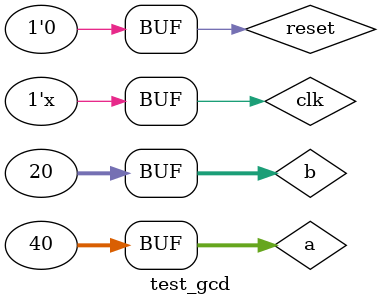
<source format=v>
`timescale 1ns / 1ps


module test_gcd;

	// Inputs
	reg [31:0] a;
	reg [31:0] b;
	reg reset;
	reg clk;

	// Outputs
	wire [31:0] gcd;
	wire isDone;

	// Instantiate the Unit Under Test (UUT)
	GCD uut (
		.a(a), 
		.b(b), 
		.reset(reset), 
		.clk(clk),
		.gcd(gcd), 
		.isDone(isDone)
	);

	always #5 clk = ~clk;

	initial begin
		// Initialize Inputs
		clk = 0;
		a = 42;
		b = 63;
		reset = 0;

		// Wait 100 ns for global reset to finish
		#250;
		reset = 1;
		a = 45;
		b = 10;
		#15
		reset = 0;
		#250
	
		reset = 1;
		a = 40;
		b = 20;
		#15
		reset = 0;
		
		
        
		// Add stimulus here

	end
      
endmodule


</source>
